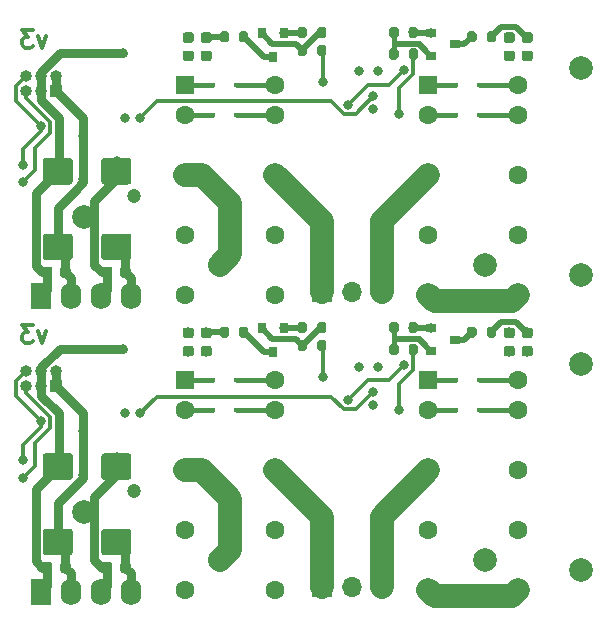
<source format=gbr>
%TF.GenerationSoftware,KiCad,Pcbnew,(5.1.10)-1*%
%TF.CreationDate,2022-01-18T18:11:06+07:00*%
%TF.ProjectId,Fan_controller_v3_pnlz1x2,46616e5f-636f-46e7-9472-6f6c6c65725f,rev?*%
%TF.SameCoordinates,Original*%
%TF.FileFunction,Copper,L4,Bot*%
%TF.FilePolarity,Positive*%
%FSLAX46Y46*%
G04 Gerber Fmt 4.6, Leading zero omitted, Abs format (unit mm)*
G04 Created by KiCad (PCBNEW (5.1.10)-1) date 2022-01-18 18:11:06*
%MOMM*%
%LPD*%
G01*
G04 APERTURE LIST*
%TA.AperFunction,NonConductor*%
%ADD10C,0.300000*%
%TD*%
%TA.AperFunction,ComponentPad*%
%ADD11C,2.000000*%
%TD*%
%TA.AperFunction,SMDPad,CuDef*%
%ADD12R,0.600000X0.450000*%
%TD*%
%TA.AperFunction,ComponentPad*%
%ADD13R,1.600000X1.600000*%
%TD*%
%TA.AperFunction,ComponentPad*%
%ADD14C,1.600000*%
%TD*%
%TA.AperFunction,ComponentPad*%
%ADD15R,1.750000X2.250000*%
%TD*%
%TA.AperFunction,ComponentPad*%
%ADD16O,1.750000X2.250000*%
%TD*%
%TA.AperFunction,ComponentPad*%
%ADD17R,1.000000X1.000000*%
%TD*%
%TA.AperFunction,ComponentPad*%
%ADD18O,1.000000X1.000000*%
%TD*%
%TA.AperFunction,ComponentPad*%
%ADD19O,1.700000X1.700000*%
%TD*%
%TA.AperFunction,ComponentPad*%
%ADD20R,1.700000X1.700000*%
%TD*%
%TA.AperFunction,SMDPad,CuDef*%
%ADD21R,0.800000X0.900000*%
%TD*%
%TA.AperFunction,SMDPad,CuDef*%
%ADD22R,0.900000X0.800000*%
%TD*%
%TA.AperFunction,ViaPad*%
%ADD23C,0.800000*%
%TD*%
%TA.AperFunction,ViaPad*%
%ADD24C,1.200000*%
%TD*%
%TA.AperFunction,Conductor*%
%ADD25C,0.400000*%
%TD*%
%TA.AperFunction,Conductor*%
%ADD26C,0.500000*%
%TD*%
%TA.AperFunction,Conductor*%
%ADD27C,0.800000*%
%TD*%
%TA.AperFunction,Conductor*%
%ADD28C,0.300000*%
%TD*%
%TA.AperFunction,Conductor*%
%ADD29C,2.000000*%
%TD*%
G04 APERTURE END LIST*
D10*
X47457428Y-64810571D02*
X47100285Y-65810571D01*
X46743142Y-64810571D01*
X46314571Y-64310571D02*
X45386000Y-64310571D01*
X45886000Y-64882000D01*
X45671714Y-64882000D01*
X45528857Y-64953428D01*
X45457428Y-65024857D01*
X45386000Y-65167714D01*
X45386000Y-65524857D01*
X45457428Y-65667714D01*
X45528857Y-65739142D01*
X45671714Y-65810571D01*
X46100285Y-65810571D01*
X46243142Y-65739142D01*
X46314571Y-65667714D01*
X47457428Y-39810571D02*
X47100285Y-40810571D01*
X46743142Y-39810571D01*
X46314571Y-39310571D02*
X45386000Y-39310571D01*
X45886000Y-39882000D01*
X45671714Y-39882000D01*
X45528857Y-39953428D01*
X45457428Y-40024857D01*
X45386000Y-40167714D01*
X45386000Y-40524857D01*
X45457428Y-40667714D01*
X45528857Y-40739142D01*
X45671714Y-40810571D01*
X46100285Y-40810571D01*
X46243142Y-40739142D01*
X46314571Y-40667714D01*
%TO.P,C3,1*%
%TO.N,Net-(C3-Pad1)*%
%TA.AperFunction,SMDPad,CuDef*%
G36*
G01*
X60741000Y-64491500D02*
X61241000Y-64491500D01*
G75*
G02*
X61466000Y-64716500I0J-225000D01*
G01*
X61466000Y-65166500D01*
G75*
G02*
X61241000Y-65391500I-225000J0D01*
G01*
X60741000Y-65391500D01*
G75*
G02*
X60516000Y-65166500I0J225000D01*
G01*
X60516000Y-64716500D01*
G75*
G02*
X60741000Y-64491500I225000J0D01*
G01*
G37*
%TD.AperFunction*%
%TO.P,C3,2*%
%TO.N,Net-(C3-Pad2)*%
%TA.AperFunction,SMDPad,CuDef*%
G36*
G01*
X60741000Y-66041500D02*
X61241000Y-66041500D01*
G75*
G02*
X61466000Y-66266500I0J-225000D01*
G01*
X61466000Y-66716500D01*
G75*
G02*
X61241000Y-66941500I-225000J0D01*
G01*
X60741000Y-66941500D01*
G75*
G02*
X60516000Y-66716500I0J225000D01*
G01*
X60516000Y-66266500D01*
G75*
G02*
X60741000Y-66041500I225000J0D01*
G01*
G37*
%TD.AperFunction*%
%TD*%
%TO.P,C4,1*%
%TO.N,Net-(C4-Pad1)*%
%TA.AperFunction,SMDPad,CuDef*%
G36*
G01*
X59217000Y-64491500D02*
X59717000Y-64491500D01*
G75*
G02*
X59942000Y-64716500I0J-225000D01*
G01*
X59942000Y-65166500D01*
G75*
G02*
X59717000Y-65391500I-225000J0D01*
G01*
X59217000Y-65391500D01*
G75*
G02*
X58992000Y-65166500I0J225000D01*
G01*
X58992000Y-64716500D01*
G75*
G02*
X59217000Y-64491500I225000J0D01*
G01*
G37*
%TD.AperFunction*%
%TO.P,C4,2*%
%TO.N,Net-(C4-Pad2)*%
%TA.AperFunction,SMDPad,CuDef*%
G36*
G01*
X59217000Y-66041500D02*
X59717000Y-66041500D01*
G75*
G02*
X59942000Y-66266500I0J-225000D01*
G01*
X59942000Y-66716500D01*
G75*
G02*
X59717000Y-66941500I-225000J0D01*
G01*
X59217000Y-66941500D01*
G75*
G02*
X58992000Y-66716500I0J225000D01*
G01*
X58992000Y-66266500D01*
G75*
G02*
X59217000Y-66041500I225000J0D01*
G01*
G37*
%TD.AperFunction*%
%TD*%
%TO.P,C11,1*%
%TO.N,Net-(C11-Pad1)*%
%TA.AperFunction,SMDPad,CuDef*%
G36*
G01*
X87919000Y-64491500D02*
X88419000Y-64491500D01*
G75*
G02*
X88644000Y-64716500I0J-225000D01*
G01*
X88644000Y-65166500D01*
G75*
G02*
X88419000Y-65391500I-225000J0D01*
G01*
X87919000Y-65391500D01*
G75*
G02*
X87694000Y-65166500I0J225000D01*
G01*
X87694000Y-64716500D01*
G75*
G02*
X87919000Y-64491500I225000J0D01*
G01*
G37*
%TD.AperFunction*%
%TO.P,C11,2*%
%TO.N,Net-(C11-Pad2)*%
%TA.AperFunction,SMDPad,CuDef*%
G36*
G01*
X87919000Y-66041500D02*
X88419000Y-66041500D01*
G75*
G02*
X88644000Y-66266500I0J-225000D01*
G01*
X88644000Y-66716500D01*
G75*
G02*
X88419000Y-66941500I-225000J0D01*
G01*
X87919000Y-66941500D01*
G75*
G02*
X87694000Y-66716500I0J225000D01*
G01*
X87694000Y-66266500D01*
G75*
G02*
X87919000Y-66041500I225000J0D01*
G01*
G37*
%TD.AperFunction*%
%TD*%
%TO.P,C12,1*%
%TO.N,Net-(C12-Pad1)*%
%TA.AperFunction,SMDPad,CuDef*%
G36*
G01*
X86395000Y-64491500D02*
X86895000Y-64491500D01*
G75*
G02*
X87120000Y-64716500I0J-225000D01*
G01*
X87120000Y-65166500D01*
G75*
G02*
X86895000Y-65391500I-225000J0D01*
G01*
X86395000Y-65391500D01*
G75*
G02*
X86170000Y-65166500I0J225000D01*
G01*
X86170000Y-64716500D01*
G75*
G02*
X86395000Y-64491500I225000J0D01*
G01*
G37*
%TD.AperFunction*%
%TO.P,C12,2*%
%TO.N,Net-(C12-Pad2)*%
%TA.AperFunction,SMDPad,CuDef*%
G36*
G01*
X86395000Y-66041500D02*
X86895000Y-66041500D01*
G75*
G02*
X87120000Y-66266500I0J-225000D01*
G01*
X87120000Y-66716500D01*
G75*
G02*
X86895000Y-66941500I-225000J0D01*
G01*
X86395000Y-66941500D01*
G75*
G02*
X86170000Y-66716500I0J225000D01*
G01*
X86170000Y-66266500D01*
G75*
G02*
X86395000Y-66041500I225000J0D01*
G01*
G37*
%TD.AperFunction*%
%TD*%
%TO.P,C1,1*%
%TO.N,+5P*%
%TA.AperFunction,SMDPad,CuDef*%
G36*
G01*
X49443001Y-83783000D02*
X47392999Y-83783000D01*
G75*
G02*
X47143000Y-83533001I0J249999D01*
G01*
X47143000Y-81782999D01*
G75*
G02*
X47392999Y-81533000I249999J0D01*
G01*
X49443001Y-81533000D01*
G75*
G02*
X49693000Y-81782999I0J-249999D01*
G01*
X49693000Y-83533001D01*
G75*
G02*
X49443001Y-83783000I-249999J0D01*
G01*
G37*
%TD.AperFunction*%
%TO.P,C1,2*%
%TO.N,GND1*%
%TA.AperFunction,SMDPad,CuDef*%
G36*
G01*
X49443001Y-77383000D02*
X47392999Y-77383000D01*
G75*
G02*
X47143000Y-77133001I0J249999D01*
G01*
X47143000Y-75382999D01*
G75*
G02*
X47392999Y-75133000I249999J0D01*
G01*
X49443001Y-75133000D01*
G75*
G02*
X49693000Y-75382999I0J-249999D01*
G01*
X49693000Y-77133001D01*
G75*
G02*
X49443001Y-77383000I-249999J0D01*
G01*
G37*
%TD.AperFunction*%
%TD*%
%TO.P,C2,1*%
%TO.N,GND1*%
%TA.AperFunction,SMDPad,CuDef*%
G36*
G01*
X47066000Y-85067000D02*
X47066000Y-84567000D01*
G75*
G02*
X47291000Y-84342000I225000J0D01*
G01*
X47741000Y-84342000D01*
G75*
G02*
X47966000Y-84567000I0J-225000D01*
G01*
X47966000Y-85067000D01*
G75*
G02*
X47741000Y-85292000I-225000J0D01*
G01*
X47291000Y-85292000D01*
G75*
G02*
X47066000Y-85067000I0J225000D01*
G01*
G37*
%TD.AperFunction*%
%TO.P,C2,2*%
%TO.N,+5P*%
%TA.AperFunction,SMDPad,CuDef*%
G36*
G01*
X48616000Y-85067000D02*
X48616000Y-84567000D01*
G75*
G02*
X48841000Y-84342000I225000J0D01*
G01*
X49291000Y-84342000D01*
G75*
G02*
X49516000Y-84567000I0J-225000D01*
G01*
X49516000Y-85067000D01*
G75*
G02*
X49291000Y-85292000I-225000J0D01*
G01*
X48841000Y-85292000D01*
G75*
G02*
X48616000Y-85067000I0J225000D01*
G01*
G37*
%TD.AperFunction*%
%TD*%
%TO.P,C6,1*%
%TO.N,GND2*%
%TA.AperFunction,SMDPad,CuDef*%
G36*
G01*
X52146000Y-85067000D02*
X52146000Y-84567000D01*
G75*
G02*
X52371000Y-84342000I225000J0D01*
G01*
X52821000Y-84342000D01*
G75*
G02*
X53046000Y-84567000I0J-225000D01*
G01*
X53046000Y-85067000D01*
G75*
G02*
X52821000Y-85292000I-225000J0D01*
G01*
X52371000Y-85292000D01*
G75*
G02*
X52146000Y-85067000I0J225000D01*
G01*
G37*
%TD.AperFunction*%
%TO.P,C6,2*%
%TO.N,Net-(C6-Pad2)*%
%TA.AperFunction,SMDPad,CuDef*%
G36*
G01*
X53696000Y-85067000D02*
X53696000Y-84567000D01*
G75*
G02*
X53921000Y-84342000I225000J0D01*
G01*
X54371000Y-84342000D01*
G75*
G02*
X54596000Y-84567000I0J-225000D01*
G01*
X54596000Y-85067000D01*
G75*
G02*
X54371000Y-85292000I-225000J0D01*
G01*
X53921000Y-85292000D01*
G75*
G02*
X53696000Y-85067000I0J225000D01*
G01*
G37*
%TD.AperFunction*%
%TD*%
D11*
%TO.P,C7,1*%
%TO.N,Net-(C7-Pad1)*%
X92741000Y-67545000D03*
%TO.P,C7,2*%
%TO.N,Net-(C5-Pad2)*%
X92741000Y-85045000D03*
%TD*%
%TO.P,C9,1*%
%TO.N,Net-(C6-Pad2)*%
%TA.AperFunction,SMDPad,CuDef*%
G36*
G01*
X54396001Y-83783000D02*
X52345999Y-83783000D01*
G75*
G02*
X52096000Y-83533001I0J249999D01*
G01*
X52096000Y-81782999D01*
G75*
G02*
X52345999Y-81533000I249999J0D01*
G01*
X54396001Y-81533000D01*
G75*
G02*
X54646000Y-81782999I0J-249999D01*
G01*
X54646000Y-83533001D01*
G75*
G02*
X54396001Y-83783000I-249999J0D01*
G01*
G37*
%TD.AperFunction*%
%TO.P,C9,2*%
%TO.N,GND2*%
%TA.AperFunction,SMDPad,CuDef*%
G36*
G01*
X54396001Y-77383000D02*
X52345999Y-77383000D01*
G75*
G02*
X52096000Y-77133001I0J249999D01*
G01*
X52096000Y-75382999D01*
G75*
G02*
X52345999Y-75133000I249999J0D01*
G01*
X54396001Y-75133000D01*
G75*
G02*
X54646000Y-75382999I0J-249999D01*
G01*
X54646000Y-77133001D01*
G75*
G02*
X54396001Y-77383000I-249999J0D01*
G01*
G37*
%TD.AperFunction*%
%TD*%
D12*
%TO.P,D1,1*%
%TO.N,+5VP*%
X61499000Y-68942000D03*
%TO.P,D1,2*%
%TO.N,Net-(C3-Pad2)*%
X63599000Y-68942000D03*
%TD*%
%TO.P,D2,1*%
%TO.N,+5VP*%
X61499000Y-71482000D03*
%TO.P,D2,2*%
%TO.N,Net-(C4-Pad2)*%
X63599000Y-71482000D03*
%TD*%
%TO.P,D3,1*%
%TO.N,+5VP*%
X82073000Y-68942000D03*
%TO.P,D3,2*%
%TO.N,Net-(C11-Pad2)*%
X84173000Y-68942000D03*
%TD*%
%TO.P,D4,1*%
%TO.N,+5VP*%
X82073000Y-71482000D03*
%TO.P,D4,2*%
%TO.N,Net-(C12-Pad2)*%
X84173000Y-71482000D03*
%TD*%
D13*
%TO.P,K1,1*%
%TO.N,+5VP*%
X59213000Y-68942000D03*
D14*
%TO.P,K1,2*%
X59213000Y-71482000D03*
%TO.P,K1,4*%
%TO.N,Net-(C5-Pad1)*%
X59213000Y-76562000D03*
%TO.P,K1,6*%
%TO.N,Net-(C7-Pad1)*%
X59213000Y-81642000D03*
%TO.P,K1,8*%
%TO.N,Net-(K1-Pad8)*%
X59213000Y-86722000D03*
%TO.P,K1,9*%
X66833000Y-86722000D03*
%TO.P,K1,11*%
%TO.N,Net-(C5-Pad2)*%
X66833000Y-81642000D03*
%TO.P,K1,13*%
%TO.N,Net-(J1-Pad1)*%
X66833000Y-76562000D03*
%TO.P,K1,15*%
%TO.N,Net-(C4-Pad2)*%
X66833000Y-71482000D03*
%TO.P,K1,16*%
%TO.N,Net-(C3-Pad2)*%
X66833000Y-68942000D03*
%TD*%
D15*
%TO.P,PS1,1*%
%TO.N,GND1*%
X47021000Y-86849000D03*
D16*
%TO.P,PS1,2*%
%TO.N,+5P*%
X49561000Y-86849000D03*
%TO.P,PS1,3*%
%TO.N,GND2*%
X52101000Y-86849000D03*
%TO.P,PS1,4*%
%TO.N,Net-(C6-Pad2)*%
X54641000Y-86849000D03*
%TD*%
%TO.P,R5,1*%
%TO.N,Net-(Q1-Pad3)*%
%TA.AperFunction,SMDPad,CuDef*%
G36*
G01*
X64565000Y-64603000D02*
X64565000Y-65153000D01*
G75*
G02*
X64365000Y-65353000I-200000J0D01*
G01*
X63965000Y-65353000D01*
G75*
G02*
X63765000Y-65153000I0J200000D01*
G01*
X63765000Y-64603000D01*
G75*
G02*
X63965000Y-64403000I200000J0D01*
G01*
X64365000Y-64403000D01*
G75*
G02*
X64565000Y-64603000I0J-200000D01*
G01*
G37*
%TD.AperFunction*%
%TO.P,R5,2*%
%TO.N,Net-(C3-Pad1)*%
%TA.AperFunction,SMDPad,CuDef*%
G36*
G01*
X62915000Y-64603000D02*
X62915000Y-65153000D01*
G75*
G02*
X62715000Y-65353000I-200000J0D01*
G01*
X62315000Y-65353000D01*
G75*
G02*
X62115000Y-65153000I0J200000D01*
G01*
X62115000Y-64603000D01*
G75*
G02*
X62315000Y-64403000I200000J0D01*
G01*
X62715000Y-64403000D01*
G75*
G02*
X62915000Y-64603000I0J-200000D01*
G01*
G37*
%TD.AperFunction*%
%TD*%
%TO.P,R17,1*%
%TO.N,Net-(Q5-Pad3)*%
%TA.AperFunction,SMDPad,CuDef*%
G36*
G01*
X83071000Y-65153000D02*
X83071000Y-64603000D01*
G75*
G02*
X83271000Y-64403000I200000J0D01*
G01*
X83671000Y-64403000D01*
G75*
G02*
X83871000Y-64603000I0J-200000D01*
G01*
X83871000Y-65153000D01*
G75*
G02*
X83671000Y-65353000I-200000J0D01*
G01*
X83271000Y-65353000D01*
G75*
G02*
X83071000Y-65153000I0J200000D01*
G01*
G37*
%TD.AperFunction*%
%TO.P,R17,2*%
%TO.N,Net-(C11-Pad1)*%
%TA.AperFunction,SMDPad,CuDef*%
G36*
G01*
X84721000Y-65153000D02*
X84721000Y-64603000D01*
G75*
G02*
X84921000Y-64403000I200000J0D01*
G01*
X85321000Y-64403000D01*
G75*
G02*
X85521000Y-64603000I0J-200000D01*
G01*
X85521000Y-65153000D01*
G75*
G02*
X85321000Y-65353000I-200000J0D01*
G01*
X84921000Y-65353000D01*
G75*
G02*
X84721000Y-65153000I0J200000D01*
G01*
G37*
%TD.AperFunction*%
%TD*%
%TO.P,R1,1*%
%TO.N,Net-(Q1-Pad1)*%
%TA.AperFunction,SMDPad,CuDef*%
G36*
G01*
X68719000Y-66296000D02*
X68719000Y-65746000D01*
G75*
G02*
X68919000Y-65546000I200000J0D01*
G01*
X69319000Y-65546000D01*
G75*
G02*
X69519000Y-65746000I0J-200000D01*
G01*
X69519000Y-66296000D01*
G75*
G02*
X69319000Y-66496000I-200000J0D01*
G01*
X68919000Y-66496000D01*
G75*
G02*
X68719000Y-66296000I0J200000D01*
G01*
G37*
%TD.AperFunction*%
%TO.P,R1,2*%
%TO.N,/K1_set*%
%TA.AperFunction,SMDPad,CuDef*%
G36*
G01*
X70369000Y-66296000D02*
X70369000Y-65746000D01*
G75*
G02*
X70569000Y-65546000I200000J0D01*
G01*
X70969000Y-65546000D01*
G75*
G02*
X71169000Y-65746000I0J-200000D01*
G01*
X71169000Y-66296000D01*
G75*
G02*
X70969000Y-66496000I-200000J0D01*
G01*
X70569000Y-66496000D01*
G75*
G02*
X70369000Y-66296000I0J200000D01*
G01*
G37*
%TD.AperFunction*%
%TD*%
%TO.P,R3,1*%
%TO.N,Net-(Q1-Pad1)*%
%TA.AperFunction,SMDPad,CuDef*%
G36*
G01*
X71169000Y-64222000D02*
X71169000Y-64772000D01*
G75*
G02*
X70969000Y-64972000I-200000J0D01*
G01*
X70569000Y-64972000D01*
G75*
G02*
X70369000Y-64772000I0J200000D01*
G01*
X70369000Y-64222000D01*
G75*
G02*
X70569000Y-64022000I200000J0D01*
G01*
X70969000Y-64022000D01*
G75*
G02*
X71169000Y-64222000I0J-200000D01*
G01*
G37*
%TD.AperFunction*%
%TO.P,R3,2*%
%TO.N,GND2*%
%TA.AperFunction,SMDPad,CuDef*%
G36*
G01*
X69519000Y-64222000D02*
X69519000Y-64772000D01*
G75*
G02*
X69319000Y-64972000I-200000J0D01*
G01*
X68919000Y-64972000D01*
G75*
G02*
X68719000Y-64772000I0J200000D01*
G01*
X68719000Y-64222000D01*
G75*
G02*
X68919000Y-64022000I200000J0D01*
G01*
X69319000Y-64022000D01*
G75*
G02*
X69519000Y-64222000I0J-200000D01*
G01*
G37*
%TD.AperFunction*%
%TD*%
%TO.P,R13,1*%
%TO.N,Net-(Q5-Pad1)*%
%TA.AperFunction,SMDPad,CuDef*%
G36*
G01*
X76466000Y-66613500D02*
X76466000Y-66063500D01*
G75*
G02*
X76666000Y-65863500I200000J0D01*
G01*
X77066000Y-65863500D01*
G75*
G02*
X77266000Y-66063500I0J-200000D01*
G01*
X77266000Y-66613500D01*
G75*
G02*
X77066000Y-66813500I-200000J0D01*
G01*
X76666000Y-66813500D01*
G75*
G02*
X76466000Y-66613500I0J200000D01*
G01*
G37*
%TD.AperFunction*%
%TO.P,R13,2*%
%TO.N,/K2_set*%
%TA.AperFunction,SMDPad,CuDef*%
G36*
G01*
X78116000Y-66613500D02*
X78116000Y-66063500D01*
G75*
G02*
X78316000Y-65863500I200000J0D01*
G01*
X78716000Y-65863500D01*
G75*
G02*
X78916000Y-66063500I0J-200000D01*
G01*
X78916000Y-66613500D01*
G75*
G02*
X78716000Y-66813500I-200000J0D01*
G01*
X78316000Y-66813500D01*
G75*
G02*
X78116000Y-66613500I0J200000D01*
G01*
G37*
%TD.AperFunction*%
%TD*%
%TO.P,R15,1*%
%TO.N,Net-(Q5-Pad1)*%
%TA.AperFunction,SMDPad,CuDef*%
G36*
G01*
X76467000Y-64772000D02*
X76467000Y-64222000D01*
G75*
G02*
X76667000Y-64022000I200000J0D01*
G01*
X77067000Y-64022000D01*
G75*
G02*
X77267000Y-64222000I0J-200000D01*
G01*
X77267000Y-64772000D01*
G75*
G02*
X77067000Y-64972000I-200000J0D01*
G01*
X76667000Y-64972000D01*
G75*
G02*
X76467000Y-64772000I0J200000D01*
G01*
G37*
%TD.AperFunction*%
%TO.P,R15,2*%
%TO.N,GND2*%
%TA.AperFunction,SMDPad,CuDef*%
G36*
G01*
X78117000Y-64772000D02*
X78117000Y-64222000D01*
G75*
G02*
X78317000Y-64022000I200000J0D01*
G01*
X78717000Y-64022000D01*
G75*
G02*
X78917000Y-64222000I0J-200000D01*
G01*
X78917000Y-64772000D01*
G75*
G02*
X78717000Y-64972000I-200000J0D01*
G01*
X78317000Y-64972000D01*
G75*
G02*
X78117000Y-64772000I0J200000D01*
G01*
G37*
%TD.AperFunction*%
%TD*%
D11*
%TO.P,TP1,1*%
%TO.N,GND2*%
X50640500Y-80118000D03*
%TD*%
%TO.P,C5,1*%
%TO.N,Net-(C5-Pad1)*%
X62113000Y-84182000D03*
%TO.P,C5,2*%
%TO.N,Net-(C5-Pad2)*%
X84613000Y-84182000D03*
%TD*%
D17*
%TO.P,J2,1*%
%TO.N,+5P*%
X48291000Y-69450000D03*
D18*
%TO.P,J2,2*%
X48291000Y-68180000D03*
%TO.P,J2,3*%
%TO.N,GND1*%
X47021000Y-69450000D03*
%TO.P,J2,4*%
X47021000Y-68180000D03*
%TO.P,J2,5*%
%TO.N,/sda0*%
X45751000Y-69450000D03*
%TO.P,J2,6*%
%TO.N,/scl0*%
X45751000Y-68180000D03*
%TD*%
D19*
%TO.P,J1,3*%
%TO.N,Net-(J1-Pad3)*%
X75850000Y-86468000D03*
%TO.P,J1,2*%
%TO.N,N/C*%
X73310000Y-86468000D03*
D20*
%TO.P,J1,1*%
%TO.N,Net-(J1-Pad1)*%
X70770000Y-86468000D03*
%TD*%
D14*
%TO.P,K2,16*%
%TO.N,Net-(C11-Pad2)*%
X87407000Y-68942000D03*
%TO.P,K2,15*%
%TO.N,Net-(C12-Pad2)*%
X87407000Y-71482000D03*
%TO.P,K2,13*%
%TO.N,Net-(C7-Pad1)*%
X87407000Y-76562000D03*
%TO.P,K2,11*%
%TO.N,Net-(C5-Pad2)*%
X87407000Y-81642000D03*
%TO.P,K2,9*%
%TO.N,Net-(K2-Pad8)*%
X87407000Y-86722000D03*
%TO.P,K2,8*%
X79787000Y-86722000D03*
%TO.P,K2,6*%
%TO.N,Net-(C7-Pad1)*%
X79787000Y-81642000D03*
%TO.P,K2,4*%
%TO.N,Net-(J1-Pad3)*%
X79787000Y-76562000D03*
%TO.P,K2,2*%
%TO.N,+5VP*%
X79787000Y-71482000D03*
D13*
%TO.P,K2,1*%
X79787000Y-68942000D03*
%TD*%
D21*
%TO.P,Q1,1*%
%TO.N,Net-(Q1-Pad1)*%
X65695000Y-64560500D03*
%TO.P,Q1,2*%
%TO.N,GND2*%
X67595000Y-64560500D03*
%TO.P,Q1,3*%
%TO.N,Net-(Q1-Pad3)*%
X66645000Y-66560500D03*
%TD*%
D22*
%TO.P,Q5,1*%
%TO.N,Net-(Q5-Pad1)*%
X80041000Y-66460500D03*
%TO.P,Q5,2*%
%TO.N,GND2*%
X80041000Y-64560500D03*
%TO.P,Q5,3*%
%TO.N,Net-(Q5-Pad3)*%
X82041000Y-65510500D03*
%TD*%
D18*
%TO.P,J2,6*%
%TO.N,/scl0*%
X45751000Y-43180000D03*
%TO.P,J2,5*%
%TO.N,/sda0*%
X45751000Y-44450000D03*
%TO.P,J2,4*%
%TO.N,GND1*%
X47021000Y-43180000D03*
%TO.P,J2,3*%
X47021000Y-44450000D03*
%TO.P,J2,2*%
%TO.N,+5P*%
X48291000Y-43180000D03*
D17*
%TO.P,J2,1*%
X48291000Y-44450000D03*
%TD*%
D11*
%TO.P,C5,2*%
%TO.N,Net-(C5-Pad2)*%
X84613000Y-59182000D03*
%TO.P,C5,1*%
%TO.N,Net-(C5-Pad1)*%
X62113000Y-59182000D03*
%TD*%
%TO.P,R15,2*%
%TO.N,GND2*%
%TA.AperFunction,SMDPad,CuDef*%
G36*
G01*
X78117000Y-39772000D02*
X78117000Y-39222000D01*
G75*
G02*
X78317000Y-39022000I200000J0D01*
G01*
X78717000Y-39022000D01*
G75*
G02*
X78917000Y-39222000I0J-200000D01*
G01*
X78917000Y-39772000D01*
G75*
G02*
X78717000Y-39972000I-200000J0D01*
G01*
X78317000Y-39972000D01*
G75*
G02*
X78117000Y-39772000I0J200000D01*
G01*
G37*
%TD.AperFunction*%
%TO.P,R15,1*%
%TO.N,Net-(Q5-Pad1)*%
%TA.AperFunction,SMDPad,CuDef*%
G36*
G01*
X76467000Y-39772000D02*
X76467000Y-39222000D01*
G75*
G02*
X76667000Y-39022000I200000J0D01*
G01*
X77067000Y-39022000D01*
G75*
G02*
X77267000Y-39222000I0J-200000D01*
G01*
X77267000Y-39772000D01*
G75*
G02*
X77067000Y-39972000I-200000J0D01*
G01*
X76667000Y-39972000D01*
G75*
G02*
X76467000Y-39772000I0J200000D01*
G01*
G37*
%TD.AperFunction*%
%TD*%
%TO.P,R13,2*%
%TO.N,/K2_set*%
%TA.AperFunction,SMDPad,CuDef*%
G36*
G01*
X78116000Y-41613500D02*
X78116000Y-41063500D01*
G75*
G02*
X78316000Y-40863500I200000J0D01*
G01*
X78716000Y-40863500D01*
G75*
G02*
X78916000Y-41063500I0J-200000D01*
G01*
X78916000Y-41613500D01*
G75*
G02*
X78716000Y-41813500I-200000J0D01*
G01*
X78316000Y-41813500D01*
G75*
G02*
X78116000Y-41613500I0J200000D01*
G01*
G37*
%TD.AperFunction*%
%TO.P,R13,1*%
%TO.N,Net-(Q5-Pad1)*%
%TA.AperFunction,SMDPad,CuDef*%
G36*
G01*
X76466000Y-41613500D02*
X76466000Y-41063500D01*
G75*
G02*
X76666000Y-40863500I200000J0D01*
G01*
X77066000Y-40863500D01*
G75*
G02*
X77266000Y-41063500I0J-200000D01*
G01*
X77266000Y-41613500D01*
G75*
G02*
X77066000Y-41813500I-200000J0D01*
G01*
X76666000Y-41813500D01*
G75*
G02*
X76466000Y-41613500I0J200000D01*
G01*
G37*
%TD.AperFunction*%
%TD*%
%TO.P,R3,2*%
%TO.N,GND2*%
%TA.AperFunction,SMDPad,CuDef*%
G36*
G01*
X69519000Y-39222000D02*
X69519000Y-39772000D01*
G75*
G02*
X69319000Y-39972000I-200000J0D01*
G01*
X68919000Y-39972000D01*
G75*
G02*
X68719000Y-39772000I0J200000D01*
G01*
X68719000Y-39222000D01*
G75*
G02*
X68919000Y-39022000I200000J0D01*
G01*
X69319000Y-39022000D01*
G75*
G02*
X69519000Y-39222000I0J-200000D01*
G01*
G37*
%TD.AperFunction*%
%TO.P,R3,1*%
%TO.N,Net-(Q1-Pad1)*%
%TA.AperFunction,SMDPad,CuDef*%
G36*
G01*
X71169000Y-39222000D02*
X71169000Y-39772000D01*
G75*
G02*
X70969000Y-39972000I-200000J0D01*
G01*
X70569000Y-39972000D01*
G75*
G02*
X70369000Y-39772000I0J200000D01*
G01*
X70369000Y-39222000D01*
G75*
G02*
X70569000Y-39022000I200000J0D01*
G01*
X70969000Y-39022000D01*
G75*
G02*
X71169000Y-39222000I0J-200000D01*
G01*
G37*
%TD.AperFunction*%
%TD*%
%TO.P,R1,2*%
%TO.N,/K1_set*%
%TA.AperFunction,SMDPad,CuDef*%
G36*
G01*
X70369000Y-41296000D02*
X70369000Y-40746000D01*
G75*
G02*
X70569000Y-40546000I200000J0D01*
G01*
X70969000Y-40546000D01*
G75*
G02*
X71169000Y-40746000I0J-200000D01*
G01*
X71169000Y-41296000D01*
G75*
G02*
X70969000Y-41496000I-200000J0D01*
G01*
X70569000Y-41496000D01*
G75*
G02*
X70369000Y-41296000I0J200000D01*
G01*
G37*
%TD.AperFunction*%
%TO.P,R1,1*%
%TO.N,Net-(Q1-Pad1)*%
%TA.AperFunction,SMDPad,CuDef*%
G36*
G01*
X68719000Y-41296000D02*
X68719000Y-40746000D01*
G75*
G02*
X68919000Y-40546000I200000J0D01*
G01*
X69319000Y-40546000D01*
G75*
G02*
X69519000Y-40746000I0J-200000D01*
G01*
X69519000Y-41296000D01*
G75*
G02*
X69319000Y-41496000I-200000J0D01*
G01*
X68919000Y-41496000D01*
G75*
G02*
X68719000Y-41296000I0J200000D01*
G01*
G37*
%TD.AperFunction*%
%TD*%
D22*
%TO.P,Q5,3*%
%TO.N,Net-(Q5-Pad3)*%
X82041000Y-40510500D03*
%TO.P,Q5,2*%
%TO.N,GND2*%
X80041000Y-39560500D03*
%TO.P,Q5,1*%
%TO.N,Net-(Q5-Pad1)*%
X80041000Y-41460500D03*
%TD*%
D21*
%TO.P,Q1,3*%
%TO.N,Net-(Q1-Pad3)*%
X66645000Y-41560500D03*
%TO.P,Q1,2*%
%TO.N,GND2*%
X67595000Y-39560500D03*
%TO.P,Q1,1*%
%TO.N,Net-(Q1-Pad1)*%
X65695000Y-39560500D03*
%TD*%
D13*
%TO.P,K2,1*%
%TO.N,+5VP*%
X79787000Y-43942000D03*
D14*
%TO.P,K2,2*%
X79787000Y-46482000D03*
%TO.P,K2,4*%
%TO.N,Net-(J1-Pad3)*%
X79787000Y-51562000D03*
%TO.P,K2,6*%
%TO.N,Net-(C7-Pad1)*%
X79787000Y-56642000D03*
%TO.P,K2,8*%
%TO.N,Net-(K2-Pad8)*%
X79787000Y-61722000D03*
%TO.P,K2,9*%
X87407000Y-61722000D03*
%TO.P,K2,11*%
%TO.N,Net-(C5-Pad2)*%
X87407000Y-56642000D03*
%TO.P,K2,13*%
%TO.N,Net-(C7-Pad1)*%
X87407000Y-51562000D03*
%TO.P,K2,15*%
%TO.N,Net-(C12-Pad2)*%
X87407000Y-46482000D03*
%TO.P,K2,16*%
%TO.N,Net-(C11-Pad2)*%
X87407000Y-43942000D03*
%TD*%
D20*
%TO.P,J1,1*%
%TO.N,Net-(J1-Pad1)*%
X70770000Y-61468000D03*
D19*
%TO.P,J1,2*%
%TO.N,N/C*%
X73310000Y-61468000D03*
%TO.P,J1,3*%
%TO.N,Net-(J1-Pad3)*%
X75850000Y-61468000D03*
%TD*%
D11*
%TO.P,TP1,1*%
%TO.N,GND2*%
X50640500Y-55118000D03*
%TD*%
%TO.P,R17,2*%
%TO.N,Net-(C11-Pad1)*%
%TA.AperFunction,SMDPad,CuDef*%
G36*
G01*
X84721000Y-40153000D02*
X84721000Y-39603000D01*
G75*
G02*
X84921000Y-39403000I200000J0D01*
G01*
X85321000Y-39403000D01*
G75*
G02*
X85521000Y-39603000I0J-200000D01*
G01*
X85521000Y-40153000D01*
G75*
G02*
X85321000Y-40353000I-200000J0D01*
G01*
X84921000Y-40353000D01*
G75*
G02*
X84721000Y-40153000I0J200000D01*
G01*
G37*
%TD.AperFunction*%
%TO.P,R17,1*%
%TO.N,Net-(Q5-Pad3)*%
%TA.AperFunction,SMDPad,CuDef*%
G36*
G01*
X83071000Y-40153000D02*
X83071000Y-39603000D01*
G75*
G02*
X83271000Y-39403000I200000J0D01*
G01*
X83671000Y-39403000D01*
G75*
G02*
X83871000Y-39603000I0J-200000D01*
G01*
X83871000Y-40153000D01*
G75*
G02*
X83671000Y-40353000I-200000J0D01*
G01*
X83271000Y-40353000D01*
G75*
G02*
X83071000Y-40153000I0J200000D01*
G01*
G37*
%TD.AperFunction*%
%TD*%
%TO.P,R5,2*%
%TO.N,Net-(C3-Pad1)*%
%TA.AperFunction,SMDPad,CuDef*%
G36*
G01*
X62915000Y-39603000D02*
X62915000Y-40153000D01*
G75*
G02*
X62715000Y-40353000I-200000J0D01*
G01*
X62315000Y-40353000D01*
G75*
G02*
X62115000Y-40153000I0J200000D01*
G01*
X62115000Y-39603000D01*
G75*
G02*
X62315000Y-39403000I200000J0D01*
G01*
X62715000Y-39403000D01*
G75*
G02*
X62915000Y-39603000I0J-200000D01*
G01*
G37*
%TD.AperFunction*%
%TO.P,R5,1*%
%TO.N,Net-(Q1-Pad3)*%
%TA.AperFunction,SMDPad,CuDef*%
G36*
G01*
X64565000Y-39603000D02*
X64565000Y-40153000D01*
G75*
G02*
X64365000Y-40353000I-200000J0D01*
G01*
X63965000Y-40353000D01*
G75*
G02*
X63765000Y-40153000I0J200000D01*
G01*
X63765000Y-39603000D01*
G75*
G02*
X63965000Y-39403000I200000J0D01*
G01*
X64365000Y-39403000D01*
G75*
G02*
X64565000Y-39603000I0J-200000D01*
G01*
G37*
%TD.AperFunction*%
%TD*%
D16*
%TO.P,PS1,4*%
%TO.N,Net-(C6-Pad2)*%
X54641000Y-61849000D03*
%TO.P,PS1,3*%
%TO.N,GND2*%
X52101000Y-61849000D03*
%TO.P,PS1,2*%
%TO.N,+5P*%
X49561000Y-61849000D03*
D15*
%TO.P,PS1,1*%
%TO.N,GND1*%
X47021000Y-61849000D03*
%TD*%
D14*
%TO.P,K1,16*%
%TO.N,Net-(C3-Pad2)*%
X66833000Y-43942000D03*
%TO.P,K1,15*%
%TO.N,Net-(C4-Pad2)*%
X66833000Y-46482000D03*
%TO.P,K1,13*%
%TO.N,Net-(J1-Pad1)*%
X66833000Y-51562000D03*
%TO.P,K1,11*%
%TO.N,Net-(C5-Pad2)*%
X66833000Y-56642000D03*
%TO.P,K1,9*%
%TO.N,Net-(K1-Pad8)*%
X66833000Y-61722000D03*
%TO.P,K1,8*%
X59213000Y-61722000D03*
%TO.P,K1,6*%
%TO.N,Net-(C7-Pad1)*%
X59213000Y-56642000D03*
%TO.P,K1,4*%
%TO.N,Net-(C5-Pad1)*%
X59213000Y-51562000D03*
%TO.P,K1,2*%
%TO.N,+5VP*%
X59213000Y-46482000D03*
D13*
%TO.P,K1,1*%
X59213000Y-43942000D03*
%TD*%
D12*
%TO.P,D4,2*%
%TO.N,Net-(C12-Pad2)*%
X84173000Y-46482000D03*
%TO.P,D4,1*%
%TO.N,+5VP*%
X82073000Y-46482000D03*
%TD*%
%TO.P,D3,2*%
%TO.N,Net-(C11-Pad2)*%
X84173000Y-43942000D03*
%TO.P,D3,1*%
%TO.N,+5VP*%
X82073000Y-43942000D03*
%TD*%
%TO.P,D2,2*%
%TO.N,Net-(C4-Pad2)*%
X63599000Y-46482000D03*
%TO.P,D2,1*%
%TO.N,+5VP*%
X61499000Y-46482000D03*
%TD*%
%TO.P,D1,2*%
%TO.N,Net-(C3-Pad2)*%
X63599000Y-43942000D03*
%TO.P,D1,1*%
%TO.N,+5VP*%
X61499000Y-43942000D03*
%TD*%
%TO.P,C9,2*%
%TO.N,GND2*%
%TA.AperFunction,SMDPad,CuDef*%
G36*
G01*
X54396001Y-52383000D02*
X52345999Y-52383000D01*
G75*
G02*
X52096000Y-52133001I0J249999D01*
G01*
X52096000Y-50382999D01*
G75*
G02*
X52345999Y-50133000I249999J0D01*
G01*
X54396001Y-50133000D01*
G75*
G02*
X54646000Y-50382999I0J-249999D01*
G01*
X54646000Y-52133001D01*
G75*
G02*
X54396001Y-52383000I-249999J0D01*
G01*
G37*
%TD.AperFunction*%
%TO.P,C9,1*%
%TO.N,Net-(C6-Pad2)*%
%TA.AperFunction,SMDPad,CuDef*%
G36*
G01*
X54396001Y-58783000D02*
X52345999Y-58783000D01*
G75*
G02*
X52096000Y-58533001I0J249999D01*
G01*
X52096000Y-56782999D01*
G75*
G02*
X52345999Y-56533000I249999J0D01*
G01*
X54396001Y-56533000D01*
G75*
G02*
X54646000Y-56782999I0J-249999D01*
G01*
X54646000Y-58533001D01*
G75*
G02*
X54396001Y-58783000I-249999J0D01*
G01*
G37*
%TD.AperFunction*%
%TD*%
D11*
%TO.P,C7,2*%
%TO.N,Net-(C5-Pad2)*%
X92741000Y-60045000D03*
%TO.P,C7,1*%
%TO.N,Net-(C7-Pad1)*%
X92741000Y-42545000D03*
%TD*%
%TO.P,C6,2*%
%TO.N,Net-(C6-Pad2)*%
%TA.AperFunction,SMDPad,CuDef*%
G36*
G01*
X53696000Y-60067000D02*
X53696000Y-59567000D01*
G75*
G02*
X53921000Y-59342000I225000J0D01*
G01*
X54371000Y-59342000D01*
G75*
G02*
X54596000Y-59567000I0J-225000D01*
G01*
X54596000Y-60067000D01*
G75*
G02*
X54371000Y-60292000I-225000J0D01*
G01*
X53921000Y-60292000D01*
G75*
G02*
X53696000Y-60067000I0J225000D01*
G01*
G37*
%TD.AperFunction*%
%TO.P,C6,1*%
%TO.N,GND2*%
%TA.AperFunction,SMDPad,CuDef*%
G36*
G01*
X52146000Y-60067000D02*
X52146000Y-59567000D01*
G75*
G02*
X52371000Y-59342000I225000J0D01*
G01*
X52821000Y-59342000D01*
G75*
G02*
X53046000Y-59567000I0J-225000D01*
G01*
X53046000Y-60067000D01*
G75*
G02*
X52821000Y-60292000I-225000J0D01*
G01*
X52371000Y-60292000D01*
G75*
G02*
X52146000Y-60067000I0J225000D01*
G01*
G37*
%TD.AperFunction*%
%TD*%
%TO.P,C2,2*%
%TO.N,+5P*%
%TA.AperFunction,SMDPad,CuDef*%
G36*
G01*
X48616000Y-60067000D02*
X48616000Y-59567000D01*
G75*
G02*
X48841000Y-59342000I225000J0D01*
G01*
X49291000Y-59342000D01*
G75*
G02*
X49516000Y-59567000I0J-225000D01*
G01*
X49516000Y-60067000D01*
G75*
G02*
X49291000Y-60292000I-225000J0D01*
G01*
X48841000Y-60292000D01*
G75*
G02*
X48616000Y-60067000I0J225000D01*
G01*
G37*
%TD.AperFunction*%
%TO.P,C2,1*%
%TO.N,GND1*%
%TA.AperFunction,SMDPad,CuDef*%
G36*
G01*
X47066000Y-60067000D02*
X47066000Y-59567000D01*
G75*
G02*
X47291000Y-59342000I225000J0D01*
G01*
X47741000Y-59342000D01*
G75*
G02*
X47966000Y-59567000I0J-225000D01*
G01*
X47966000Y-60067000D01*
G75*
G02*
X47741000Y-60292000I-225000J0D01*
G01*
X47291000Y-60292000D01*
G75*
G02*
X47066000Y-60067000I0J225000D01*
G01*
G37*
%TD.AperFunction*%
%TD*%
%TO.P,C1,2*%
%TO.N,GND1*%
%TA.AperFunction,SMDPad,CuDef*%
G36*
G01*
X49443001Y-52383000D02*
X47392999Y-52383000D01*
G75*
G02*
X47143000Y-52133001I0J249999D01*
G01*
X47143000Y-50382999D01*
G75*
G02*
X47392999Y-50133000I249999J0D01*
G01*
X49443001Y-50133000D01*
G75*
G02*
X49693000Y-50382999I0J-249999D01*
G01*
X49693000Y-52133001D01*
G75*
G02*
X49443001Y-52383000I-249999J0D01*
G01*
G37*
%TD.AperFunction*%
%TO.P,C1,1*%
%TO.N,+5P*%
%TA.AperFunction,SMDPad,CuDef*%
G36*
G01*
X49443001Y-58783000D02*
X47392999Y-58783000D01*
G75*
G02*
X47143000Y-58533001I0J249999D01*
G01*
X47143000Y-56782999D01*
G75*
G02*
X47392999Y-56533000I249999J0D01*
G01*
X49443001Y-56533000D01*
G75*
G02*
X49693000Y-56782999I0J-249999D01*
G01*
X49693000Y-58533001D01*
G75*
G02*
X49443001Y-58783000I-249999J0D01*
G01*
G37*
%TD.AperFunction*%
%TD*%
%TO.P,C12,2*%
%TO.N,Net-(C12-Pad2)*%
%TA.AperFunction,SMDPad,CuDef*%
G36*
G01*
X86395000Y-41041500D02*
X86895000Y-41041500D01*
G75*
G02*
X87120000Y-41266500I0J-225000D01*
G01*
X87120000Y-41716500D01*
G75*
G02*
X86895000Y-41941500I-225000J0D01*
G01*
X86395000Y-41941500D01*
G75*
G02*
X86170000Y-41716500I0J225000D01*
G01*
X86170000Y-41266500D01*
G75*
G02*
X86395000Y-41041500I225000J0D01*
G01*
G37*
%TD.AperFunction*%
%TO.P,C12,1*%
%TO.N,Net-(C12-Pad1)*%
%TA.AperFunction,SMDPad,CuDef*%
G36*
G01*
X86395000Y-39491500D02*
X86895000Y-39491500D01*
G75*
G02*
X87120000Y-39716500I0J-225000D01*
G01*
X87120000Y-40166500D01*
G75*
G02*
X86895000Y-40391500I-225000J0D01*
G01*
X86395000Y-40391500D01*
G75*
G02*
X86170000Y-40166500I0J225000D01*
G01*
X86170000Y-39716500D01*
G75*
G02*
X86395000Y-39491500I225000J0D01*
G01*
G37*
%TD.AperFunction*%
%TD*%
%TO.P,C11,2*%
%TO.N,Net-(C11-Pad2)*%
%TA.AperFunction,SMDPad,CuDef*%
G36*
G01*
X87919000Y-41041500D02*
X88419000Y-41041500D01*
G75*
G02*
X88644000Y-41266500I0J-225000D01*
G01*
X88644000Y-41716500D01*
G75*
G02*
X88419000Y-41941500I-225000J0D01*
G01*
X87919000Y-41941500D01*
G75*
G02*
X87694000Y-41716500I0J225000D01*
G01*
X87694000Y-41266500D01*
G75*
G02*
X87919000Y-41041500I225000J0D01*
G01*
G37*
%TD.AperFunction*%
%TO.P,C11,1*%
%TO.N,Net-(C11-Pad1)*%
%TA.AperFunction,SMDPad,CuDef*%
G36*
G01*
X87919000Y-39491500D02*
X88419000Y-39491500D01*
G75*
G02*
X88644000Y-39716500I0J-225000D01*
G01*
X88644000Y-40166500D01*
G75*
G02*
X88419000Y-40391500I-225000J0D01*
G01*
X87919000Y-40391500D01*
G75*
G02*
X87694000Y-40166500I0J225000D01*
G01*
X87694000Y-39716500D01*
G75*
G02*
X87919000Y-39491500I225000J0D01*
G01*
G37*
%TD.AperFunction*%
%TD*%
%TO.P,C4,2*%
%TO.N,Net-(C4-Pad2)*%
%TA.AperFunction,SMDPad,CuDef*%
G36*
G01*
X59217000Y-41041500D02*
X59717000Y-41041500D01*
G75*
G02*
X59942000Y-41266500I0J-225000D01*
G01*
X59942000Y-41716500D01*
G75*
G02*
X59717000Y-41941500I-225000J0D01*
G01*
X59217000Y-41941500D01*
G75*
G02*
X58992000Y-41716500I0J225000D01*
G01*
X58992000Y-41266500D01*
G75*
G02*
X59217000Y-41041500I225000J0D01*
G01*
G37*
%TD.AperFunction*%
%TO.P,C4,1*%
%TO.N,Net-(C4-Pad1)*%
%TA.AperFunction,SMDPad,CuDef*%
G36*
G01*
X59217000Y-39491500D02*
X59717000Y-39491500D01*
G75*
G02*
X59942000Y-39716500I0J-225000D01*
G01*
X59942000Y-40166500D01*
G75*
G02*
X59717000Y-40391500I-225000J0D01*
G01*
X59217000Y-40391500D01*
G75*
G02*
X58992000Y-40166500I0J225000D01*
G01*
X58992000Y-39716500D01*
G75*
G02*
X59217000Y-39491500I225000J0D01*
G01*
G37*
%TD.AperFunction*%
%TD*%
%TO.P,C3,2*%
%TO.N,Net-(C3-Pad2)*%
%TA.AperFunction,SMDPad,CuDef*%
G36*
G01*
X60741000Y-41041500D02*
X61241000Y-41041500D01*
G75*
G02*
X61466000Y-41266500I0J-225000D01*
G01*
X61466000Y-41716500D01*
G75*
G02*
X61241000Y-41941500I-225000J0D01*
G01*
X60741000Y-41941500D01*
G75*
G02*
X60516000Y-41716500I0J225000D01*
G01*
X60516000Y-41266500D01*
G75*
G02*
X60741000Y-41041500I225000J0D01*
G01*
G37*
%TD.AperFunction*%
%TO.P,C3,1*%
%TO.N,Net-(C3-Pad1)*%
%TA.AperFunction,SMDPad,CuDef*%
G36*
G01*
X60741000Y-39491500D02*
X61241000Y-39491500D01*
G75*
G02*
X61466000Y-39716500I0J-225000D01*
G01*
X61466000Y-40166500D01*
G75*
G02*
X61241000Y-40391500I-225000J0D01*
G01*
X60741000Y-40391500D01*
G75*
G02*
X60516000Y-40166500I0J225000D01*
G01*
X60516000Y-39716500D01*
G75*
G02*
X60741000Y-39491500I225000J0D01*
G01*
G37*
%TD.AperFunction*%
%TD*%
D23*
%TO.N,Net-(C3-Pad2)*%
X60991000Y-41529000D03*
X60991000Y-66529000D03*
%TO.N,Net-(C3-Pad1)*%
X60991000Y-39878000D03*
X60991000Y-64878000D03*
%TO.N,Net-(C4-Pad2)*%
X59467000Y-41529000D03*
X59467000Y-66529000D03*
%TO.N,Net-(C4-Pad1)*%
X59467000Y-39878000D03*
X59467000Y-64878000D03*
%TO.N,GND1*%
X53980000Y-41275000D03*
X53980000Y-66275000D03*
%TO.N,+5P*%
X50577000Y-51943000D03*
X50577000Y-48260000D03*
X50577000Y-76943000D03*
X50577000Y-73260000D03*
%TO.N,Net-(C11-Pad1)*%
X88169000Y-39878000D03*
X88169000Y-64878000D03*
%TO.N,GND2*%
X73945000Y-42799000D03*
X69119000Y-39497000D03*
X78517000Y-39497000D03*
X67595000Y-39560500D03*
X80041000Y-39560500D03*
X53472032Y-50419000D03*
X73945000Y-67799000D03*
X69119000Y-64497000D03*
X78517000Y-64497000D03*
X67595000Y-64560500D03*
X80041000Y-64560500D03*
X53472032Y-75419000D03*
%TO.N,+5VP*%
X75495000Y-42799000D03*
D24*
X54895006Y-53340000D03*
D23*
X75495000Y-67799000D03*
D24*
X54895006Y-78340000D03*
D23*
%TO.N,/scl0*%
X47021000Y-47432000D03*
X45497000Y-50736500D03*
X47021000Y-72432000D03*
X45497000Y-75736500D03*
%TO.N,/sda0*%
X45497000Y-52197000D03*
X45497000Y-77197000D03*
%TO.N,/I2C_SDA*%
X75115886Y-44916284D03*
X55403000Y-46736000D03*
X75115886Y-69916284D03*
X55403000Y-71736000D03*
%TO.N,/I2C_SCL*%
X75115814Y-46015892D03*
X54133000Y-46736000D03*
X75115814Y-71015892D03*
X54133000Y-71736000D03*
%TO.N,/K1_set*%
X70896992Y-43688000D03*
X70896992Y-68688000D03*
%TO.N,/K2_set*%
X77333000Y-46441000D03*
X77333000Y-71441000D03*
%TO.N,/K2_rst*%
X77755000Y-42661000D03*
X72997423Y-45630732D03*
X77755000Y-67661000D03*
X72997423Y-70630732D03*
D24*
%TO.N,Net-(C6-Pad2)*%
X53371000Y-57658000D03*
X53371000Y-82658000D03*
D23*
%TO.N,Net-(C11-Pad2)*%
X88169000Y-41529000D03*
X88169000Y-66529000D03*
%TO.N,Net-(C12-Pad2)*%
X86645000Y-41529000D03*
X86645000Y-66529000D03*
%TO.N,Net-(C12-Pad1)*%
X86645000Y-39878000D03*
X86645000Y-64878000D03*
%TD*%
D25*
%TO.N,Net-(C3-Pad2)*%
X63599000Y-43942000D02*
X66833000Y-43942000D01*
X63599000Y-68942000D02*
X66833000Y-68942000D01*
D26*
%TO.N,Net-(C3-Pad1)*%
X62515000Y-39878000D02*
X60991000Y-39878000D01*
X62515000Y-64878000D02*
X60991000Y-64878000D01*
D25*
%TO.N,Net-(C4-Pad2)*%
X63599000Y-46482000D02*
X66833000Y-46482000D01*
X63599000Y-71482000D02*
X66833000Y-71482000D01*
D27*
%TO.N,GND1*%
X46542990Y-53133010D02*
X48418000Y-51258000D01*
X46542990Y-59293990D02*
X46542990Y-53133010D01*
X47066000Y-59817000D02*
X46542990Y-59293990D01*
X47516000Y-59817000D02*
X47066000Y-59817000D01*
X47516000Y-61354000D02*
X47021000Y-61849000D01*
X47516000Y-59817000D02*
X47516000Y-61354000D01*
D28*
X46894000Y-44450000D02*
X47021000Y-44577000D01*
D27*
X47021000Y-43180000D02*
X47021000Y-44450000D01*
X47021000Y-42821998D02*
X47021000Y-43180000D01*
X48567998Y-41275000D02*
X47021000Y-42821998D01*
X53980000Y-41275000D02*
X48567998Y-41275000D01*
X48521011Y-51154989D02*
X48418000Y-51258000D01*
X48521011Y-46760014D02*
X48521011Y-51154989D01*
X47021000Y-45260003D02*
X48521011Y-46760014D01*
X47021000Y-44450000D02*
X47021000Y-45260003D01*
X48567998Y-66275000D02*
X47021000Y-67821998D01*
X53980000Y-66275000D02*
X48567998Y-66275000D01*
X48521011Y-76154989D02*
X48418000Y-76258000D01*
X48521011Y-71760014D02*
X48521011Y-76154989D01*
X47021000Y-70260003D02*
X48521011Y-71760014D01*
X47021000Y-69450000D02*
X47021000Y-70260003D01*
X46542990Y-78133010D02*
X48418000Y-76258000D01*
X46542990Y-84293990D02*
X46542990Y-78133010D01*
X47066000Y-84817000D02*
X46542990Y-84293990D01*
X47516000Y-84817000D02*
X47066000Y-84817000D01*
X47516000Y-86354000D02*
X47021000Y-86849000D01*
X47516000Y-84817000D02*
X47516000Y-86354000D01*
D28*
X46894000Y-69450000D02*
X47021000Y-69577000D01*
D27*
X47021000Y-68180000D02*
X47021000Y-69450000D01*
X47021000Y-67821998D02*
X47021000Y-68180000D01*
%TO.N,+5P*%
X49561000Y-60312000D02*
X49066000Y-59817000D01*
X49561000Y-61849000D02*
X49561000Y-60312000D01*
X49066000Y-58306000D02*
X48418000Y-57658000D01*
X49066000Y-59817000D02*
X49066000Y-58306000D01*
X50577000Y-52201098D02*
X50577000Y-51943000D01*
X49795088Y-52983010D02*
X50577000Y-52201098D01*
X48418000Y-54356000D02*
X49790990Y-52983010D01*
X49790990Y-52983010D02*
X49795088Y-52983010D01*
X48418000Y-57658000D02*
X48418000Y-54356000D01*
X48291000Y-44450000D02*
X48291000Y-43180000D01*
X50577000Y-46736000D02*
X48291000Y-44450000D01*
X50577000Y-51943000D02*
X50577000Y-48260000D01*
X50577000Y-48260000D02*
X50577000Y-46736000D01*
X49561000Y-85312000D02*
X49066000Y-84817000D01*
X49561000Y-86849000D02*
X49561000Y-85312000D01*
X49066000Y-83306000D02*
X48418000Y-82658000D01*
X49066000Y-84817000D02*
X49066000Y-83306000D01*
X50577000Y-77201098D02*
X50577000Y-76943000D01*
X49795088Y-77983010D02*
X50577000Y-77201098D01*
X48418000Y-79356000D02*
X49790990Y-77983010D01*
X49790990Y-77983010D02*
X49795088Y-77983010D01*
X48418000Y-82658000D02*
X48418000Y-79356000D01*
X48291000Y-69450000D02*
X48291000Y-68180000D01*
X50577000Y-71736000D02*
X48291000Y-69450000D01*
X50577000Y-76943000D02*
X50577000Y-73260000D01*
X50577000Y-73260000D02*
X50577000Y-71736000D01*
D26*
%TO.N,Net-(C11-Pad1)*%
X85971001Y-39027999D02*
X85121000Y-39878000D01*
X87255499Y-39027999D02*
X85971001Y-39027999D01*
X88169000Y-39941500D02*
X87255499Y-39027999D01*
X85971001Y-64027999D02*
X85121000Y-64878000D01*
X87255499Y-64027999D02*
X85971001Y-64027999D01*
X88169000Y-64941500D02*
X87255499Y-64027999D01*
D27*
%TO.N,GND2*%
X52596000Y-61354000D02*
X52101000Y-61849000D01*
X52596000Y-59817000D02*
X52596000Y-61354000D01*
D26*
X78580500Y-39560500D02*
X78517000Y-39497000D01*
X80041000Y-39560500D02*
X78580500Y-39560500D01*
X69055500Y-39560500D02*
X69119000Y-39497000D01*
X67595000Y-39560500D02*
X69055500Y-39560500D01*
D27*
X53371000Y-51258000D02*
X53371000Y-51258000D01*
X53472032Y-51156968D02*
X53371000Y-51258000D01*
X53472032Y-50419000D02*
X53472032Y-51156968D01*
X52146000Y-59817000D02*
X51495990Y-59166990D01*
X52596000Y-59817000D02*
X52146000Y-59817000D01*
X51466000Y-55118000D02*
X51495990Y-55147990D01*
X50640500Y-55118000D02*
X51466000Y-55118000D01*
X51495990Y-59166990D02*
X51495990Y-55147990D01*
X53371000Y-51943000D02*
X53371000Y-51258000D01*
X51495990Y-53818010D02*
X53371000Y-51943000D01*
X51495990Y-55147990D02*
X51495990Y-53818010D01*
X52596000Y-86354000D02*
X52101000Y-86849000D01*
X52596000Y-84817000D02*
X52596000Y-86354000D01*
D26*
X78580500Y-64560500D02*
X78517000Y-64497000D01*
X80041000Y-64560500D02*
X78580500Y-64560500D01*
X69055500Y-64560500D02*
X69119000Y-64497000D01*
X67595000Y-64560500D02*
X69055500Y-64560500D01*
D27*
X53371000Y-76258000D02*
X53371000Y-76258000D01*
X53472032Y-76156968D02*
X53371000Y-76258000D01*
X53472032Y-75419000D02*
X53472032Y-76156968D01*
X52146000Y-84817000D02*
X51495990Y-84166990D01*
X52596000Y-84817000D02*
X52146000Y-84817000D01*
X51466000Y-80118000D02*
X51495990Y-80147990D01*
X50640500Y-80118000D02*
X51466000Y-80118000D01*
X51495990Y-84166990D02*
X51495990Y-80147990D01*
X53371000Y-76943000D02*
X53371000Y-76258000D01*
X51495990Y-78818010D02*
X53371000Y-76943000D01*
X51495990Y-80147990D02*
X51495990Y-78818010D01*
D25*
%TO.N,+5VP*%
X82073000Y-46482000D02*
X79787000Y-46482000D01*
X82073000Y-43942000D02*
X79787000Y-43942000D01*
X61499000Y-43942000D02*
X59213000Y-43942000D01*
X61499000Y-46482000D02*
X59213000Y-46482000D01*
X82073000Y-71482000D02*
X79787000Y-71482000D01*
X82073000Y-68942000D02*
X79787000Y-68942000D01*
X61499000Y-68942000D02*
X59213000Y-68942000D01*
X61499000Y-71482000D02*
X59213000Y-71482000D01*
D29*
%TO.N,Net-(J1-Pad1)*%
X70770000Y-55499000D02*
X66833000Y-51562000D01*
X70770000Y-61468000D02*
X70770000Y-55499000D01*
X70770000Y-80499000D02*
X66833000Y-76562000D01*
X70770000Y-86468000D02*
X70770000Y-80499000D01*
D28*
%TO.N,/scl0*%
X45497000Y-49403000D02*
X45497000Y-50736500D01*
X47021000Y-47879000D02*
X45497000Y-49403000D01*
X47021000Y-47432000D02*
X47021000Y-47879000D01*
X44900999Y-45311999D02*
X44900999Y-44030001D01*
X47021000Y-47432000D02*
X44900999Y-45311999D01*
X44900999Y-44030001D02*
X45751000Y-43180000D01*
X45497000Y-74403000D02*
X45497000Y-75736500D01*
X47021000Y-72879000D02*
X45497000Y-74403000D01*
X47021000Y-72432000D02*
X47021000Y-72879000D01*
X44900999Y-70311999D02*
X44900999Y-69030001D01*
X47021000Y-72432000D02*
X44900999Y-70311999D01*
X44900999Y-69030001D02*
X45751000Y-68180000D01*
%TO.N,/sda0*%
X45497000Y-52197000D02*
X46513000Y-51181000D01*
X47771001Y-47070678D02*
X45751000Y-45050677D01*
X47771001Y-48017999D02*
X47771001Y-47070678D01*
X46513000Y-49276000D02*
X47771001Y-48017999D01*
X45751000Y-45050677D02*
X45751000Y-44450000D01*
X46513000Y-51181000D02*
X46513000Y-49276000D01*
X45497000Y-77197000D02*
X46513000Y-76181000D01*
X47771001Y-72070678D02*
X45751000Y-70050677D01*
X47771001Y-73017999D02*
X47771001Y-72070678D01*
X46513000Y-74276000D02*
X47771001Y-73017999D01*
X45751000Y-70050677D02*
X45751000Y-69450000D01*
X46513000Y-76181000D02*
X46513000Y-74276000D01*
D29*
%TO.N,Net-(K2-Pad8)*%
X86879010Y-62249990D02*
X87407000Y-61722000D01*
X80314990Y-62249990D02*
X86879010Y-62249990D01*
X79787000Y-61722000D02*
X80314990Y-62249990D01*
X86879010Y-87249990D02*
X87407000Y-86722000D01*
X80314990Y-87249990D02*
X86879010Y-87249990D01*
X79787000Y-86722000D02*
X80314990Y-87249990D01*
D28*
%TO.N,/I2C_SDA*%
X73651437Y-46380733D02*
X75115886Y-44916284D01*
X71588688Y-45331999D02*
X72637422Y-46380733D01*
X56807001Y-45331999D02*
X71588688Y-45331999D01*
X72637422Y-46380733D02*
X73651437Y-46380733D01*
X55403000Y-46736000D02*
X56807001Y-45331999D01*
X73651437Y-71380733D02*
X75115886Y-69916284D01*
X71588688Y-70331999D02*
X72637422Y-71380733D01*
X56807001Y-70331999D02*
X71588688Y-70331999D01*
X72637422Y-71380733D02*
X73651437Y-71380733D01*
X55403000Y-71736000D02*
X56807001Y-70331999D01*
D25*
%TO.N,Net-(Q5-Pad1)*%
X76867000Y-40512000D02*
X76867000Y-41337500D01*
X76945490Y-40399990D02*
X76867000Y-40321500D01*
X78980490Y-40399990D02*
X76945490Y-40399990D01*
X80041000Y-41460500D02*
X78980490Y-40399990D01*
X76867000Y-40321500D02*
X76867000Y-40512000D01*
X76867000Y-39497000D02*
X76867000Y-40321500D01*
X76867000Y-41337500D02*
X76866000Y-41338500D01*
X78951544Y-40450500D02*
X76867000Y-40450500D01*
X79961544Y-41460500D02*
X78951544Y-40450500D01*
X80041000Y-41460500D02*
X79961544Y-41460500D01*
X76867000Y-40450500D02*
X76867000Y-41337500D01*
X76867000Y-39497000D02*
X76867000Y-40450500D01*
X76867000Y-65512000D02*
X76867000Y-66337500D01*
X76945490Y-65399990D02*
X76867000Y-65321500D01*
X78980490Y-65399990D02*
X76945490Y-65399990D01*
X80041000Y-66460500D02*
X78980490Y-65399990D01*
X76867000Y-65321500D02*
X76867000Y-65512000D01*
X76867000Y-64497000D02*
X76867000Y-65321500D01*
X76867000Y-66337500D02*
X76866000Y-66338500D01*
X78951544Y-65450500D02*
X76867000Y-65450500D01*
X79961544Y-66460500D02*
X78951544Y-65450500D01*
X80041000Y-66460500D02*
X79961544Y-66460500D01*
X76867000Y-65450500D02*
X76867000Y-66337500D01*
X76867000Y-64497000D02*
X76867000Y-65450500D01*
D28*
%TO.N,/K1_set*%
X70897000Y-43687992D02*
X70896992Y-43688000D01*
X70897000Y-41149000D02*
X70897000Y-43687992D01*
X70769000Y-41021000D02*
X70897000Y-41149000D01*
X70897000Y-68687992D02*
X70896992Y-68688000D01*
X70897000Y-66149000D02*
X70897000Y-68687992D01*
X70769000Y-66021000D02*
X70897000Y-66149000D01*
%TO.N,/K2_set*%
X77333000Y-44237000D02*
X77333000Y-46441000D01*
X78516000Y-43054000D02*
X77333000Y-44237000D01*
X78516000Y-41338500D02*
X78516000Y-43054000D01*
X77333000Y-69237000D02*
X77333000Y-71441000D01*
X78516000Y-68054000D02*
X77333000Y-69237000D01*
X78516000Y-66338500D02*
X78516000Y-68054000D01*
%TO.N,/K2_rst*%
X74686155Y-43942000D02*
X72997423Y-45630732D01*
X76474000Y-43942000D02*
X74686155Y-43942000D01*
X77755000Y-42661000D02*
X76474000Y-43942000D01*
X74686155Y-68942000D02*
X72997423Y-70630732D01*
X76474000Y-68942000D02*
X74686155Y-68942000D01*
X77755000Y-67661000D02*
X76474000Y-68942000D01*
D29*
%TO.N,Net-(J1-Pad3)*%
X75850000Y-55499000D02*
X79787000Y-51562000D01*
X75850000Y-61468000D02*
X75850000Y-55499000D01*
X75850000Y-80499000D02*
X79787000Y-76562000D01*
X75850000Y-86468000D02*
X75850000Y-80499000D01*
D26*
%TO.N,Net-(Q5-Pad3)*%
X82838500Y-40510500D02*
X83471000Y-39878000D01*
X82041000Y-40510500D02*
X82838500Y-40510500D01*
X82838500Y-65510500D02*
X83471000Y-64878000D01*
X82041000Y-65510500D02*
X82838500Y-65510500D01*
D29*
%TO.N,Net-(C5-Pad1)*%
X60610000Y-51562000D02*
X59213000Y-51562000D01*
X63023000Y-58293000D02*
X63023000Y-53975000D01*
X62134000Y-59182000D02*
X63023000Y-58293000D01*
X63023000Y-53975000D02*
X60610000Y-51562000D01*
X62113000Y-59182000D02*
X62134000Y-59182000D01*
X60610000Y-76562000D02*
X59213000Y-76562000D01*
X63023000Y-83293000D02*
X63023000Y-78975000D01*
X62134000Y-84182000D02*
X63023000Y-83293000D01*
X63023000Y-78975000D02*
X60610000Y-76562000D01*
X62113000Y-84182000D02*
X62134000Y-84182000D01*
D27*
%TO.N,Net-(C6-Pad2)*%
X54641000Y-60312000D02*
X54146000Y-59817000D01*
X54641000Y-61849000D02*
X54641000Y-60312000D01*
X54146000Y-58433000D02*
X53371000Y-57658000D01*
X54146000Y-59817000D02*
X54146000Y-58433000D01*
X53371000Y-57658000D02*
X53371000Y-57658000D01*
X54641000Y-85312000D02*
X54146000Y-84817000D01*
X54641000Y-86849000D02*
X54641000Y-85312000D01*
X54146000Y-83433000D02*
X53371000Y-82658000D01*
X54146000Y-84817000D02*
X54146000Y-83433000D01*
X53371000Y-82658000D02*
X53371000Y-82658000D01*
D25*
%TO.N,Net-(C11-Pad2)*%
X84173000Y-43942000D02*
X87407000Y-43942000D01*
X84173000Y-68942000D02*
X87407000Y-68942000D01*
%TO.N,Net-(C12-Pad2)*%
X84173000Y-46482000D02*
X87407000Y-46482000D01*
X84173000Y-71482000D02*
X87407000Y-71482000D01*
D26*
%TO.N,Net-(Q1-Pad3)*%
X65847500Y-41560500D02*
X64165000Y-39878000D01*
X66645000Y-41560500D02*
X65847500Y-41560500D01*
X65847500Y-66560500D02*
X64165000Y-64878000D01*
X66645000Y-66560500D02*
X65847500Y-66560500D01*
%TO.N,Net-(Q1-Pad1)*%
X68558501Y-40460501D02*
X69119000Y-41021000D01*
X66595001Y-40460501D02*
X68558501Y-40460501D01*
X65695000Y-39560500D02*
X66595001Y-40460501D01*
X70643000Y-39497000D02*
X69119000Y-41021000D01*
X70769000Y-39497000D02*
X70643000Y-39497000D01*
X68558501Y-65460501D02*
X69119000Y-66021000D01*
X66595001Y-65460501D02*
X68558501Y-65460501D01*
X65695000Y-64560500D02*
X66595001Y-65460501D01*
X70643000Y-64497000D02*
X69119000Y-66021000D01*
X70769000Y-64497000D02*
X70643000Y-64497000D01*
%TD*%
M02*

</source>
